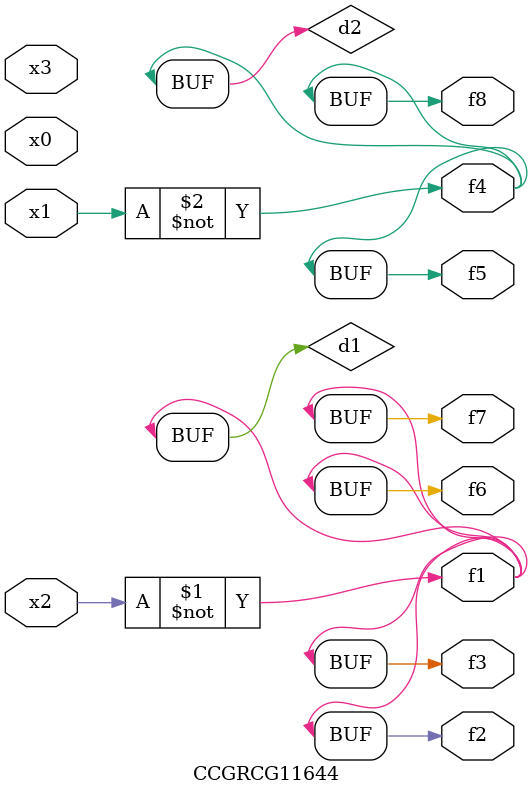
<source format=v>
module CCGRCG11644(
	input x0, x1, x2, x3,
	output f1, f2, f3, f4, f5, f6, f7, f8
);

	wire d1, d2;

	xnor (d1, x2);
	not (d2, x1);
	assign f1 = d1;
	assign f2 = d1;
	assign f3 = d1;
	assign f4 = d2;
	assign f5 = d2;
	assign f6 = d1;
	assign f7 = d1;
	assign f8 = d2;
endmodule

</source>
